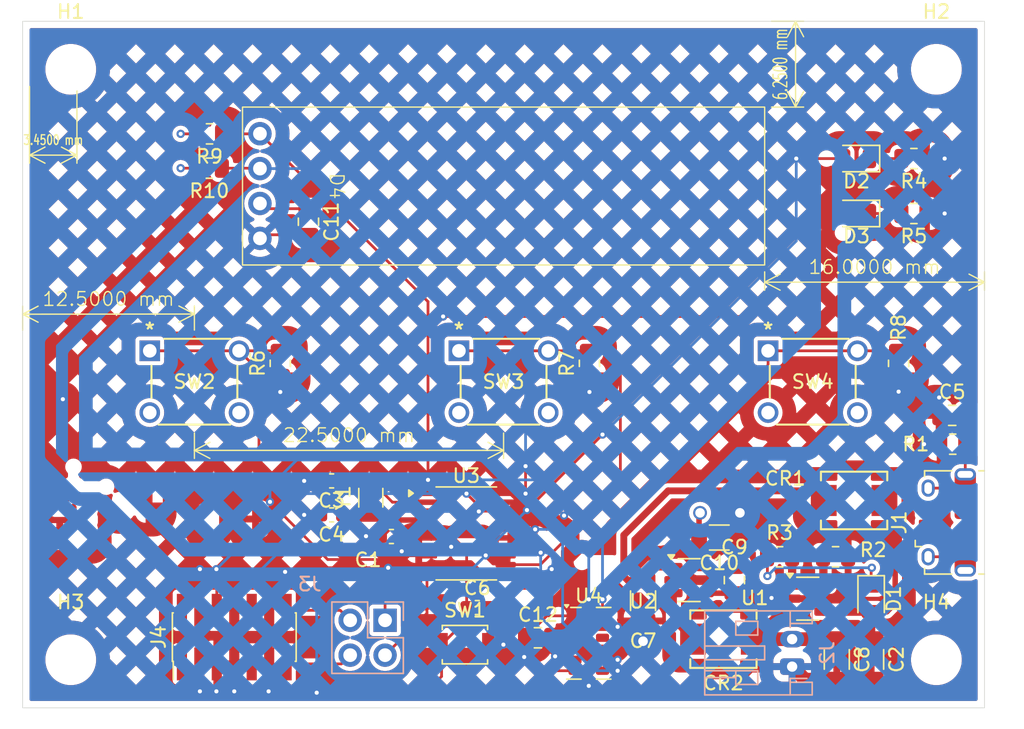
<source format=kicad_pcb>
(kicad_pcb (version 20240108) (generator "pcbnew") (generator_version "8.0")
  (layers (0 "F.Cu" signal) (1 "In1.Cu" signal) (2 "In2.Cu" signal) (31 "B.Cu" signal) (34 "B.Paste" user) (35 "F.Paste" user) (36 "B.SilkS" user "B.Silkscreen") (37 "F.SilkS" user "F.Silkscreen") (38 "B.Mask" user) (39 "F.Mask" user) (44 "Edge.Cuts" user))
  (net 0 "")
  (net 1 "GND")
  (net 2 "+3.3V")
  (net 3 "Net-(U3-PC14{slash}PB9)")
  (net 4 "Net-(U3-PC15)")
  (net 5 "Net-(J4-~{RST})")
  (net 6 "Net-(J1-Shield)")
  (net 7 "/USART2_TX")
  (net 8 "/USART2_RX")
  (net 9 "Net-(D1-K)")
  (net 10 "Net-(U2-EN)")
  (net 11 "VBUS")
  (net 17 "+BATT")
  (net 18 "Net-(D3-K)")
  (net 19 "/VCP_TX")
  (net 20 "/VCP_RX")
  (net 21 "Net-(U2-BYP)")
  (net 24 "Net-(D2-K)")
  (net 25 "/PA5")
  (net 26 "/PA1")
  (net 27 "/PA6")
  (net 28 "/PA10_12")
  (net 29 "/PA4")
  (net 30 "/PA0")
  (net 31 "SCL")
  (net 32 "/SWDIO")
  (net 33 "/SWCLK")
  (net 35 "SDA")
  (net 36 "Net-(U1-PROG)")
  (net 37 "Net-(U1-STAT)")
  (net 38 "AI1")
  (net 39 "AI2")
  (footprint "_custom:SmallOLED" (layer "F.Cu") (at 178.35 58 -90)
    (property "Reference" "D4")
    (property "Value" "SSD1306")
  )
  (footprint "Connector_USB:USB_Micro-B_Amphenol_10118194_Horizontal" (layer "F.Cu") (at 223.3 82.5 90)
    (property "Reference" "J1")
    (property "Value" "USB_B_Micro")
  )
  (footprint "_custom:SW4_1825910-G_TEC" (layer "F.Cu") (at 171.75 74.500001)
    (property "Reference" "SW2")
    (property "Value" "Up")
  )
  (footprint "Package_TO_SOT_SMD:TSOT-23-5" (layer "F.Cu") (at 204.5 86.7)
    (property "Reference" "U2")
    (property "Value" "MIC5301-3.3YD5")
  )
  (footprint "Crystal:Crystal_SMD_3215-2Pin_3.2x1.5mm" (layer "F.Cu") (at 181.3375 80.7 90)
    (property "Reference" "Y1")
    (property "Value" "Crystal")
  )
  (footprint "Resistor_SMD:R_0805_2012Metric" (layer "F.Cu") (at 219.750002 70.9125 90)
    (property "Reference" "R8")
    (property "Value" "10K")
  )
  (footprint "Capacitor_SMD:C_0603_1608Metric" (layer "F.Cu") (at 182.8375 83.525)
    (property "Reference" "C1")
    (property "Value" "0.1uF")
  )
  (footprint "Capacitor_SMD:C_0603_1608Metric" (layer "F.Cu") (at 178.4875 79.475 180)
    (property "Reference" "C3")
    (property "Value" "12.5pF")
  )
  (footprint "Capacitor_SMD:C_0805_2012Metric" (layer "F.Cu") (at 223.65 74.7 180)
    (property "Reference" "C5")
    (property "Value" "4.7nF 1KV")
  )
  (footprint "Package_SO:TSSOP-20_4.4x6.5mm_P0.65mm" (layer "F.Cu") (at 188.2875 83.3)
    (property "Reference" "U3")
    (property "Value" "STM32G041F8Px")
  )
  (footprint "Resistor_SMD:R_0805_2012Metric" (layer "F.Cu") (at 220.8625 60 180)
    (property "Reference" "R5")
    (property "Value" "470")
  )
  (footprint "_custom:DO-214BA_MCH" (layer "F.Cu") (at 207 91)
    (property "Reference" "CR2")
    (property "Value" "LSM115JE3/TR13")
  )
  (footprint "MountingHole:MountingHole_3.2mm_M3" (layer "F.Cu") (at 222.5 49.5)
    (property "Reference" "H2")
    (property "Value" "MountingHole")
  )
  (footprint "Capacitor_SMD:C_1206_3216Metric" (layer "F.Cu") (at 217.75 92.475 -90)
    (property "Reference" "C2")
    (property "Value" "4.7uF")
  )
  (footprint "Button_Switch_SMD:SW_SPST_B3U-1000P" (layer "F.Cu") (at 188.1875 91.4)
    (property "Reference" "SW1")
    (property "Value" "Reset")
  )
  (footprint "Capacitor_SMD:C_1206_3216Metric" (layer "F.Cu") (at 206.7 83.6 180)
    (property "Reference" "C10")
    (property "Value" "1uF CER")
  )
  (footprint "Resistor_SMD:R_0805_2012Metric" (layer "F.Cu") (at 169.6 54.2 180)
    (property "Reference" "R9")
    (property "Value" "10K")
  )
  (footprint "Capacitor_SMD:C_0805_2012Metric" (layer "F.Cu") (at 193.5 90.9)
    (property "Reference" "C12")
    (property "Value" "0.1uF")
  )
  (footprint "Resistor_SMD:R_0805_2012Metric" (layer "F.Cu") (at 215.1625 85)
    (property "Reference" "R2")
    (property "Value" "5K")
  )
  (footprint "MountingHole:MountingHole_3.2mm_M3" (layer "F.Cu") (at 222.5 92.5)
    (property "Reference" "H4")
    (property "Value" "MountingHole")
  )
  (footprint "LED_SMD:LED_0805_2012Metric" (layer "F.Cu") (at 217.75 88.0625 -90)
    (property "Reference" "D1")
    (property "Value" "Power")
  )
  (footprint "Resistor_SMD:R_0805_2012Metric" (layer "F.Cu") (at 211.0875 85 180)
    (property "Reference" "R3")
    (property "Value" "470")
  )
  (footprint "Capacitor_SMD:C_1206_3216Metric" (layer "F.Cu") (at 201.15 88.2 90)
    (property "Reference" "C7")
    (property "Value" "1uF CER")
  )
  (footprint "MountingHole:MountingHole_3.2mm_M3" (layer "F.Cu") (at 159.5 92.5)
    (property "Reference" "H3")
    (property "Value" "MountingHole")
  )
  (footprint "Capacitor_SMD:C_0805_2012Metric" (layer "F.Cu") (at 176.8 60.6 -90)
    (property "Reference" "C11")
    (property "Value" "0.1uF")
  )
  (footprint "LED_SMD:LED_0805_2012Metric" (layer "F.Cu") (at 216.6875 56 180)
    (property "Reference" "D2")
    (property "Value" "Green Indicator")
  )
  (footprint "Resistor_SMD:R_0805_2012Metric" (layer "F.Cu") (at 197.250001 70.9125 90)
    (property "Reference" "R7")
    (property "Value" "10K")
  )
  (footprint "Resistor_SMD:R_0805_2012Metric" (layer "F.Cu") (at 223.6875 76.8 180)
    (property "Reference" "R1")
    (property "Value" "1M")
  )
  (footprint "Resistor_SMD:R_0805_2012Metric" (layer "F.Cu") (at 174.75 70.9125 90)
    (property "Reference" "R6")
    (property "Value" "10K")
  )
  (footprint "LED_SMD:LED_0805_2012Metric" (layer "F.Cu") (at 216.6875 60 180)
    (property "Reference" "D3")
    (property "Value" "Red indicator")
  )
  (footprint "Resistor_SMD:R_0805_2012Metric" (layer "F.Cu") (at 220.8625 56 180)
    (property "Reference" "R4")
    (property "Value" "470")
  )
  (footprint "Capacitor_SMD:C_0805_2012Metric" (layer "F.Cu") (at 207.8 86.7 90)
    (property "Reference" "C9")
    (property "Value" "0.01uF")
  )
  (footprint "Connector_PinHeader_1.27mm:PinHeader_2x07_P1.27mm_Vertical_SMD" (layer "F.Cu") (at 171.4 90.85 90)
    (property "Reference" "J4")
    (property "Value" "Conn_ST_STDC14")
  )
  (footprint "Capacitor_SMD:C_1206_3216Metric" (layer "F.Cu") (at 215.25 92.475 -90)
    (property "Reference" "C8")
    (property "Value" "1uF")
  )
  (footprint "MountingHole:MountingHole_3.2mm_M3" (layer "F.Cu") (at 159.5 49.5)
    (property "Reference" "H1")
    (property "Value" "MountingHole")
  )
  (footprint "Package_LGA:LGA-14_3x5mm_P0.8mm_LayoutBorder1x6y" (layer "F.Cu") (at 197.2 91.3)
    (property "Reference" "U4")
    (property "Value" "ADXL343BCCZ")
  )
  (footprint "Capacitor_SMD:C_0603_1608Metric" (layer "F.Cu") (at 189.0875 88.7)
    (property "Reference" "C6")
    (property "Value" "0.1uF")
  )
  (footprint "Package_TO_SOT_SMD:SOT-23-5" (layer "F.Cu") (at 213.1375 88.05)
    (property "Reference" "U1")
    (property "Value" "MCP73831-2-OT")
  )
  (footprint "_custom:SW4_1825910-G_TEC" (layer "F.Cu") (at 216.750002 74.500001)
    (property "Reference" "SW4")
    (property "Value" "Down")
  )
  (footprint "Resistor_SMD:R_0805_2012Metric" (layer "F.Cu") (at 169.5875 56.7 180)
    (property "Reference" "R10")
    (property "Value" "10K")
  )
  (footprint "Capacitor_SMD:C_0603_1608Metric" (layer "F.Cu") (at 178.4875 81.95 180)
    (property "Reference" "C4")
    (property "Value" "12.5pF")
  )
  (footprint "_custom:SW4_1825910-G_TEC" (layer "F.Cu") (at 194.250001 74.500001)
    (property "Reference" "SW3")
    (property "Value" "Enter")
  )
  (footprint "_custom:DO-214BA_MCH" (layer "F.Cu") (at 216.5098 80.9)
    (property "Reference" "CR1")
    (property "Value" "LSM115JE3/TR13")
  )
  (footprint "Connector_JST:JST_PH_S2B-PH-K_1x02_P2.00mm_Horizontal" (layer "B.Cu") (at 212 93 90)
    (property "Reference" "J2")
    (property "Value" "S2B-PH-K-S")
  )
  (footprint "Connector_PinHeader_2.54mm:PinHeader_2x02_P2.54mm_Vertical" (layer "B.Cu") (at 182.375 89.625 180)
    (property "Reference" "J3")
    (property "Value" "Conn_02x02_Odd_Even")
  )
  (gr_rect (start 156 46) (end 226 96) (stroke (width 0.05)) (fill none) (layer "Edge.Cuts"))
  (dimension (type aligned) (layer "F.SilkS") (pts (xy 159.95 50.25) (xy 156.5 50.25)) (height -5.5) (gr_text "3.4500 mm" (at 158.225 54.65 0) (layer "F.SilkS") (effects (font (size 0.7 0.5) (thickness 0.1)))) (format (prefix "") (suffix "") (units 3) (units_format 1) (precision 4)) (style (thickness 0.1) (arrow_length 1.27) (text_position_mode 2) (extension_height 0.58642) (extension_offset 0.5)))
  (dimension (type aligned) (layer "F.SilkS") (pts (xy 168.5 75.490601) (xy 191.000001 75.490601)) (height 1.759399) (gr_text "22.5000 mm" (at 179.750001 76.15 0) (layer "F.SilkS") (effects (font (size 1 1) (thickness 0.1)))) (format (prefix "") (suffix "") (units 3) (units_format 1) (precision 4)) (style (thickness 0.1) (arrow_length 1.27) (text_position_mode 0) (extension_height 0.58642) (extension_offset 0.5) keep_text_aligned))
  (dimension (type aligned) (layer "F.SilkS") (pts (xy 168.5 68.988201) (xy 156 69)) (height 1.665564) (gr_text "12.5000 mm" (at 162.24739 66.228538 0.05408719979) (layer "F.SilkS") (effects (font (size 1 1) (thickness 0.1)))) (format (prefix "") (suffix "") (units 3) (units_format 1) (precision 4)) (style (thickness 0.1) (arrow_length 1.27) (text_position_mode 0) (extension_height 0.58642) (extension_offset 0.5) keep_text_aligned))
  (dimension (type aligned) (layer "F.SilkS") (pts (xy 210 63.75) (xy 226 63.75)) (height 1.25) (gr_text "16.0000 mm" (at 218 63.9 0) (layer "F.SilkS") (effects (font (size 1 1) (thickness 0.1)))) (format (prefix "") (suffix "") (units 3) (units_format 1) (precision 4)) (style (thickness 0.1) (arrow_length 1.27) (text_position_mode 0) (extension_height 0.58642) (extension_offset 0.5) keep_text_aligned))
  (dimension (type aligned) (layer "F.SilkS") (pts (xy 210 52.25) (xy 210 46)) (height 2.25) (gr_text "6.2500 mm" (at 211.15 49.125 90) (layer "F.SilkS") (effects (font (size 1 0.6) (thickness 0.1)))) (format (prefix "") (suffix "") (units 3) (units_format 1) (precision 4)) (style (thickness 0.1) (arrow_length 1.27) (text_position_mode 0) (extension_height 0.58642) (extension_offset 0.5) keep_text_aligned))
  (segment (start 215.25 93.95) (end 212.95 93.95) (width 1) (layer "F.Cu") (net 1))
  (segment (start 197.250001 71.825) (end 197.250001 72.999999) (width 0.2) (layer "F.Cu") (net 1))
  (segment (start 212 88.05) (end 210.55 88.05) (width 0.6) (layer "F.Cu") (net 1))
  (segment (start 184.1625 82.975) (end 183.6125 83.525) (width 0.4) (layer "F.Cu") (net 1))
  (segment (start 222.7 74.7) (end 222.7 73.4) (width 0.2) (layer "F.Cu") (net 1))
  (segment (start 194.45 91.95) (end 194.45 90.9) (width 0.2) (layer "F.Cu") (net 1))
  (segment (start 189.8625 88.7) (end 189.8625 91.375) (width 0.2) (layer "F.Cu") (net 1))
  (segment (start 221.775 56) (end 223.1 56) (width 0.2) (layer "F.Cu") (net 1))
  (segment (start 176.8 61.55) (end 173.53 61.55) (width 0.2) (layer "F.Cu") (net 1))
  (segment (start 170.13 94.77) (end 170.1 94.8) (width 0.2) (layer "F.Cu") (net 1))
  (segment (start 196.2 92.5) (end 195 92.5) (width 0.2) (layer "F.Cu") (net 1))
  (segment (start 183.6125 83.525) (end 183.6125 84.575) (width 0.4) (layer "F.Cu") (net 1))
  (segment (start 194.75 92.25) (end 194.45 91.95) (width 0.2) (layer "F.Cu") (net 1))
  (segment (start 196.2 90.1) (end 195.25 90.1) (width 0.2) (layer "F.Cu") (net 1))
  (segment (start 201.15 89.675) (end 201.15 91.15) (width 0.6) (layer "F.Cu") (net 1))
  (segment (start 189.8625 91.375) (end 189.8875 91.4) (width 0.2) (layer "F.Cu") (net 1))
  (segment (start 198.2 90.1) (end 199.3 90.1) (width 0.2) (layer "F.Cu") (net 1))
  (segment (start 208.175 81.825) (end 208.2 81.8) (width 0.4) (layer "F.Cu") (net 1))
  (segment (start 212.95 93.95) (end 212 93) (width 1) (layer "F.Cu") (net 1))
  (segment (start 196.2 91.7) (end 195.25 91.7) (width 0.2) (layer "F.Cu") (net 1))
  (segment (start 174.75 71.825) (end 174.75 73) (width 0.2) (layer "F.Cu") (net 1))
  (segment (start 183.6125 84.575) (end 183.5875 84.6) (width 0.4) (layer "F.Cu") (net 1))
  (segment (start 189.8875 91.4) (end 190.9875 91.4) (width 0.2) (layer "F.Cu") (net 1))
  (segment (start 195 92.5) (end 194.75 92.25) (width 0.2) (layer "F.Cu") (net 1))
  (segment (start 177.7125 81.95) (end 176.4875 81.95) (width 0.2) (layer "F.Cu") (net 1))
  (segment (start 221.775 60) (end 223.1 60) (width 0.2) (layer "F.Cu") (net 1))
  (segment (start 207.8 83.975) (end 208.175 83.6) (width 0.4) (layer "F.Cu") (net 1))
  (segment (start 170.13 92.8) (end 170.13 94.77) (width 0.2) (layer "F.Cu") (net 1))
  (segment (start 210.55 88.05) (end 210.5 88) (width 0.6) (layer "F.Cu") (net 1))
  (segment (start 195.25 91.7) (end 194.45 90.9) (width 0.2) (layer "F.Cu") (net 1))
  (segment (start 219.750002 71.825) (end 219.750002 72.974998) (width 0.2) (layer "F.Cu") (net 1))
  (segment (start 177.7125 79.475) (end 176.4875 79.475) (width 0.2) (layer "F.Cu") (net 1))
  (segment (start 185.425 82.975) (end 184.1625 82.975) (width 0.4) (layer "F.Cu") (net 1))
  (segment (start 219.750002 72.974998) (end 219.75 72.975) (width 0.2) (layer "F.Cu") (net 1))
  (segment (start 197.250001 72.999999) (end 197.25 73) (width 0.2) (layer "F.Cu") (net 1))
  (segment (start 207.8 85.75) (end 207.8 83.975) (width 0.4) (layer "F.Cu") (net 1))
  (segment (start 217.75 93.95) (end 215.25 93.95) (width 1) (layer "F.Cu") (net 1))
  (segment (start 173.94 92.8) (end 173.94 94.76) (width 0.2) (layer "F.Cu") (net 1))
  (segment (start 173.94 94.76) (end 173.9 94.8) (width 0.2) (layer "F.Cu") (net 1))
  (segment (start 206.85 86.7) (end 207.8 85.75) (width 0.5) (layer "F.Cu") (net 1))
  (segment (start 195.25 90.1) (end 194.45 90.9) (width 0.2) (layer "F.Cu") (net 1))
  (segment (start 208.175 83.6) (end 208.175 81.825) (width 0.4) (layer "F.Cu") (net 1))
  (segment (start 173.53 61.55) (end 173.27 61.81) (width 0.2) (layer "F.Cu") (net 1))
  (segment (start 171.4 92.8) (end 171.4 94.8) (width 0.2) (layer "F.Cu") (net 1))
  (segment (start 222.775 76.8) (end 221.6 76.8) (width 0.2) (layer "F.Cu") (net 1))
  (segment (start 203.3625 86.7) (end 206.85 86.7) (width 0.5) (layer "F.Cu") (net 1))
  (via (at 183.5875 84.6) (size 0.6) (drill 0.3) (layers "F.Cu" "B.Cu") (net 1))
  (via (at 176.4875 81.95) (size 0.6) (drill 0.3) (layers "F.Cu" "B.Cu") (net 1))
  (via (at 195.4 82) (size 0.6) (drill 0.3) (layers "F.Cu" "B.Cu") (net 1))
  (via (at 221.6 76.8) (size 0.6) (drill 0.3) (layers "F.Cu" "B.Cu") (net 1))
  (via (at 222.7 73.4) (size 0.6) (drill 0.3) (layers "F.Cu" "B.Cu") (net 1))
  (via (at 223.1 56) (size 0.6) (drill 0.3) (layers "F.Cu" "B.Cu") (net 1))
  (via (at 199.3 90.1) (size 0.6) (drill 0.3) (layers "F.Cu" "B.Cu") (net 1))
  (via (at 219.75 72.975) (size 0.6) (drill 0.3) (layers "F.Cu" "B.Cu") (net 1))
  (via (at 223.1 60) (size 0.6) (drill 0.3) (layers "F.Cu" "B.Cu") (net 1))
  (via (at 194.75 92.25) (size 0.6) (drill 0.3) (layers "F.Cu" "B.Cu") (net 1))
  (via (at 210.5 88) (size 0.6) (drill 0.3) (layers "F.Cu" "B.Cu") (net 1))
  (via (at 208.2 81.8) (size 1) (drill 0.7) (layers "F.Cu" "B.Cu") (net 1))
  (via (at 190.9875 91.4) (size 0.6) (drill 0.3) (layers "F.Cu" "B.Cu") (net 1))
  (via (at 201.15 91.15) (size 1) (drill 0.7) (layers "F.Cu" "B.Cu") (net 1))
  (via (at 194.5 85.9) (size 0.6) (drill 0.3) (layers "F.Cu" "B.Cu") (net 1))
  (via (at 197.25 73) (size 0.6) (drill 0.3) (layers "F.Cu" "B.Cu") (net 1))
  (via (at 174.75 73) (size 0.6) (drill 0.3) (layers "F.Cu" "B.Cu") (net 1))
  (via (at 176.4875 79.475) (size 0.6) (drill 0.3) (layers "F.Cu" "B.Cu") (net 1))
  (via (at 170.1 94.8) (size 0.6) (drill 0.3) (layers "F.Cu" "B.Cu") (net 1))
  (via (at 171.4 94.8) (size 0.6) (drill 0.3) (layers "F.Cu" "B.Cu") (net 1))
  (via (at 158.925 73.525) (size 0.6) (drill 0.3) (layers "F.Cu" "B.Cu") (net 1))
  (via (at 173.9 94.8) (size 0.6) (drill 0.3) (layers "F.Cu" "B.Cu") (net 1))
  (segment (start 193.3 92.9) (end 193.3 91.65) (width 0.2) (layer "F.Cu") (net 2))
  (segment (start 168.86 94.76) (end 168.9 94.8) (width 0.2) (layer "F.Cu") (net 2))
  (segment (start 196.2 93.3) (end 193.7 93.3) (width 0.2) (layer "F.Cu") (net 2))
  (segment (start 185.425 82.325) (end 183.2625 82.325) (width 0.4) (layer "F.Cu") (net 2))
  (segment (start 173.65 59.65) (end 173.27 59.27) (width 0.2) (layer "F.Cu") (net 2))
  (segment (start 181.0125 83.525) (end 180.9875 83.5) (width 0.4) (layer "F.Cu") (net 2))
  (segment (start 182.0625 83.525) (end 181.0125 83.525) (width 0.4) (layer "F.Cu") (net 2))
  (segment (start 168.6875 54.2) (end 167.5 54.2) (width 0.2) (layer "F.Cu") (net 2))
  (segment (start 192.55 90.9) (end 192.55 92.25) (width 0.2) (layer "F.Cu") (net 2))
  (segment (start 168.675 56.7) (end 167.5 56.7) (width 0.2) (layer "F.Cu") (net 2))
  (segment (start 205.6375 85.75) (end 205.6375 84.0125) (width 0.4) (layer "F.Cu") (net 2))
  (segment (start 205.6375 84.0125) (end 205.225 83.6) (width 0.4) (layer "F.Cu") (net 2))
  (segment (start 196.2 89.3) (end 194.15 89.3) (width 0.2) (layer "F.Cu") (net 2))
  (segment (start 168.86 92.8) (end 168.86 94.76) (width 0.2) (layer "F.Cu") (net 2))
  (segment (start 205.225 81.875) (end 205.3 81.8) (width 0.4) (layer "F.Cu") (net 2))
  (segment (start 176.8 59.65) (end 173.65 59.65) (width 0.2) (layer "F.Cu") (net 2))
  (segment (start 192.55 92.25) (end 192.5 92.3) (width 0.2) (layer "F.Cu") (net 2))
  (segment (start 193.3 91.65) (end 192.55 90.9) (width 0.2) (layer "F.Cu") (net 2))
  (segment (start 194.15 89.3) (end 192.55 90.9) (width 0.2) (layer "F.Cu") (net 2))
  (segment (start 183.2625 82.325) (end 182.0625 83.525) (width 0.4) (layer "F.Cu") (net 2))
  (segment (start 197.2 93.3) (end 197.2 94.4) (width 0.2) (layer "F.Cu") (net 2))
  (segment (start 193.7 93.3) (end 193.3 92.9) (width 0.2) (layer "F.Cu") (net 2))
  (segment (start 205.225 83.6) (end 205.225 81.875) (width 0.4) (layer "F.Cu") (net 2))
  (via (at 167.5 56.7) (size 0.6) (drill 0.3) (layers "F.Cu" "B.Cu") (net 2))
  (via (at 167.5 54.2) (size 0.6) (drill 0.3) (layers "F.Cu" "B.Cu") (net 2))
  (via (at 180.9875 83.5) (size 0.6) (drill 0.3) (layers "F.Cu" "B.Cu") (net 2))
  (via (at 168.9 94.8) (size 0.6) (drill 0.3) (layers "F.Cu" "B.Cu") (net 2))
  (via (at 192.5 92.3) (size 0.6) (drill 0.3) (layers "F.Cu" "B.Cu") (net 2))
  (via (at 205.3 81.8) (size 1) (drill 0.7) (layers "F.Cu" "B.Cu") (net 2))
  (via (at 197.2 94.4) (size 0.6) (drill 0.3) (layers "F.Cu" "B.Cu") (net 2))
  (segment (start 182.9125 81.025) (end 181.3375 79.45) (width 0.2) (layer "F.Cu") (net 3))
  (segment (start 181.3375 79.45) (end 179.2875 79.45) (width 0.2) (layer "F.Cu") (net 3))
  (segment (start 185.425 81.025) (end 182.9125 81.025) (width 0.2) (layer "F.Cu") (net 3))
  (segment (start 179.2875 79.45) (end 179.2625 79.475) (width 0.2) (layer "F.Cu") (net 3))
  (segment (start 185.425 81.675) (end 181.6125 81.675) (width 0.2) (layer "F.Cu") (net 4))
  (segment (start 181.3375 81.95) (end 179.2625 81.95) (width 0.2) (layer "F.Cu") (net 4))
  (segment (start 181.6125 81.675) (end 181.3375 81.95) (width 0.2) (layer "F.Cu") (net 4))
  (segment (start 188.3125 89.575) (end 186.4875 91.4) (width 0.2) (layer "F.Cu") (net 5))
  (segment (start 185.3 94.9) (end 177.4 94.9) (width 0.2) (layer "F.Cu") (net 5))
  (segment (start 185.425 83.625) (end 187.386029 83.625) (width 0.2) (layer "F.Cu") (net 5))
  (segment (start 186.4875 93.7125) (end 185.3 94.9) (width 0.2) (layer "F.Cu") (net 5))
  (segment (start 188.3125 88.7) (end 188.3125 89.575) (width 0.2) (layer "F.Cu") (net 5))
  (segment (start 173.94 87.26) (end 173.94 88.9) (width 0.2) (layer "F.Cu") (net 5))
  (segment (start 188.3125 84.551471) (end 188.3125 88.7) (width 0.2) (layer "F.Cu") (net 5))
  (segment (start 175.1 86.1) (end 173.94 87.26) (width 0.2) (layer "F.Cu") (net 5))
  (segment (start 187.386029 83.625) (end 188.3125 84.551471) (width 0.2) (layer "F.Cu") (net 5))
  (segment (start 186.4875 91.4) (end 186.4875 93.7125) (width 0.2) (layer "F.Cu") (net 5))
  (via (at 175.1 86.1) (size 0.6) (drill 0.3) (layers "F.Cu" "B.Cu") (net 5))
  (via (at 177.4 94.9) (size 0.6) (drill 0.3) (layers "F.Cu" "B.Cu") (net 5))
  (segment (start 177.4 94.9) (end 177.4 88.4) (width 0.2) (layer "B.Cu") (net 5))
  (segment (start 177.4 88.4) (end 175.1 86.1) (width 0.2) (layer "B.Cu") (net 5))
  (segment (start 224.6 76.8) (end 224.6 74.7) (width 0.2) (layer "F.Cu") (net 6))
  (segment (start 221.9 85) (end 223.6 85) (width 0.2) (layer "F.Cu") (net 6))
  (segment (start 224.6 79.475) (end 224.6 85.525) (width 0.2) (layer "F.Cu") (net 6))
  (segment (start 223.6 80) (end 224.6 79) (width 0.2) (layer "F.Cu") (net 6))
  (segment (start 223.6 85) (end 224.6 86) (width 0.2) (layer "F.Cu") (net 6))
  (segment (start 224.6 79.475) (end 224.6 76.8) (width 0.2) (layer "F.Cu") (net 6))
  (segment (start 221.9 80) (end 223.6 80) (width 0.2) (layer "F.Cu") (net 6))
  (segment (start 182.375 87.758654) (end 182.375 89.625) (width 0.2) (layer "F.Cu") (net 7))
  (segment (start 184.558654 85.575) (end 182.375 87.758654) (width 0.2) (layer "F.Cu") (net 7))
  (segment (start 185.425 85.575) (end 184.558654 85.575) (width 0.2) (layer "F.Cu") (net 7))
  (segment (start 185.425 89.115) (end 182.375 92.165) (width 0.2) (layer "F.Cu") (net 8))
  (segment (start 185.425 86.225) (end 185.425 89.115) (width 0.2) (layer "F.Cu") (net 8))
  (segment (start 217.75 85.85) (end 217.8 85.8) (width 0.2) (layer "F.Cu") (net 9))
  (segment (start 217.75 87.125) (end 217.75 85.85) (width 0.2) (layer "F.Cu") (net 9))
  (segment (start 210.2 85.025) (end 210.175 85) (width 0.2) (layer "F.Cu") (net 9))
  (segment (start 210.2 86.4) (end 210.2 85.025) (width 0.2) (layer "F.Cu") (net 9))
  (via (at 217.8 85.8) (size 0.6) (drill 0.3) (layers "F.Cu" "B.Cu") (net 9))
  (via (at 210.2 86.4) (size 0.6) (drill 0.3) (layers "F.Cu" "B.Cu") (net 9))
  (segment (start 217.8 85.8) (end 210.8 85.8) (width 0.2) (layer "B.Cu") (net 9))
  (segment (start 210.8 85.8) (end 210.2 86.4) (width 0.2) (layer "B.Cu") (net 9))
  (segment (start 214.3 80.9) (end 213.6 80.2) (width 0.5) (layer "F.Cu") (net 10))
  (segment (start 203.3625 85.75) (end 201.85 85.75) (width 0.5) (layer "F.Cu") (net 10))
  (segment (start 199.75 83.425) (end 199.75 86.425) (width 0.5) (layer "F.Cu") (net 10))
  (segment (start 203.3625 89.5723) (end 204.7902 91) (width 0.5) (layer "F.Cu") (net 10))
  (segment (start 213.6 80.2) (end 202.975 80.2) (width 0.5) (layer "F.Cu") (net 10))
  (segment (start 201.85 85.75) (end 201.4 86.2) (width 0.5) (layer "F.Cu") (net 10))
  (segment (start 202.975 80.2) (end 199.75 83.425) (width 0.5) (layer "F.Cu") (net 10))
  (segment (start 201.4 86.2) (end 201.4 87.2) (width 0.5) (layer "F.Cu") (net 10))
  (segment (start 203.3625 87.65) (end 203.3625 89.5723) (width 0.5) (layer "F.Cu") (net 10))
  (segment (start 201.85 87.65) (end 203.3625 87.65) (width 0.5) (layer "F.Cu") (net 10))
  (segment (start 199.75 86.425) (end 200.05 86.725) (width 0.5) (layer "F.Cu") (net 10))
  (segment (start 201.4 87.2) (end 201.85 87.65) (width 0.5) (layer "F.Cu") (net 10))
  (segment (start 200.05 86.725) (end 201.15 86.725) (width 0.5) (layer "F.Cu") (net 10))
  (segment (start 214.275 89) (end 217.75 89) (width 0.6) (layer "F.Cu") (net 11))
  (segment (start 217.75 89) (end 217.75 91) (width 0.6) (layer "F.Cu") (net 11))
  (segment (start 221.9 83.8) (end 221.165122 83.8) (width 0.4) (layer "F.Cu") (net 11))
  (segment (start 218.9 89) (end 217.75 89) (width 0.4) (layer "F.Cu") (net 11))
  (segment (start 219.5 88.4) (end 218.9 89) (width 0.4) (layer "F.Cu") (net 11))
  (segment (start 221.165122 83.8) (end 218.7196 81.354478) (width 0.4) (layer "F.Cu") (net 11))
  (segment (start 219.5 85.525001) (end 219.5 88.4) (width 0.4) (layer "F.Cu") (net 11))
  (segment (start 221.9 83.8) (end 221.225001 83.8) (width 0.4) (layer "F.Cu") (net 11))
  (segment (start 218.7196 81.354478) (end 218.7196 80.9) (width 0.4) (layer "F.Cu") (net 11))
  (segment (start 221.225001 83.8) (end 219.5 85.525001) (width 0.4) (layer "F.Cu") (net 11))
  (segment (start 209.2098 91) (end 212 91) (width 1) (layer "F.Cu") (net 17))
  (segment (start 212 89) (end 211.2098 89) (width 0.6) (layer "F.Cu") (net 17))
  (segment (start 215.25 91) (end 212 91) (width 1) (layer "F.Cu") (net 17))
  (segment (start 211.2098 89) (end 209.2098 91) (width 0.6) (layer "F.Cu") (net 17))
  (segment (start 217.625 60) (end 219.95 60) (width 0.2) (layer "F.Cu") (net 18))
  (segment (start 179.11 88.9) (end 179.835 89.625) (width 0.2) (layer "F.Cu") (net 19))
  (segment (start 175.21 88.9) (end 179.11 88.9) (width 0.2) (layer "F.Cu") (net 19))
  (segment (start 175.21 92.8) (end 179.2 92.8) (width 0.2) (layer "F.Cu") (net 20))
  (segment (start 179.2 92.8) (end 179.835 92.165) (width 0.2) (layer "F.Cu") (net 20))
  (segment (start 207.8 87.65) (end 205.6375 87.65) (width 0.4) (layer "F.Cu") (net 21))
  (segment (start 219.95 56) (end 217.625 56) (width 0.2) (layer "F.Cu") (net 24))
  (segment (start 198.5 70) (end 199.5 71) (width 0.2) (layer "F.Cu") (net 25))
  (segment (start 187.75 70) (end 197.250001 70) (width 0.2) (layer "F.Cu") (net 25))
  (segment (start 199.5 79.748529) (end 193.673529 85.575) (width 0.2) (layer "F.Cu") (net 25))
  (segment (start 193.673529 85.575) (end 191.15 85.575) (width 0.2) (layer "F.Cu") (net 25))
  (segment (start 197.250001 70) (end 198.5 70) (width 0.2) (layer "F.Cu") (net 25))
  (segment (start 199.5 71) (end 199.5 79.748529) (width 0.2) (layer "F.Cu") (net 25))
  (segment (start 183.836029 85.2) (end 178.2 85.2) (width 0.2) (layer "F.Cu") (net 26))
  (segment (start 186.6 67.5) (end 208.25 67.5) (width 0.2) (layer "F.Cu") (net 26))
  (segment (start 208.25 67.5) (end 215.75 60) (width 0.2) (layer "F.Cu") (net 26))
  (segment (start 184.111029 84.925) (end 183.836029 85.2) (width 0.2) (layer "F.Cu") (net 26))
  (segment (start 178.2 85.2) (end 174 81) (width 0.2) (layer "F.Cu") (net 26))
  (segment (start 185.425 84.925) (end 184.111029 84.925) (width 0.2) (layer "F.Cu") (net 26))
  (via (at 174 81) (size 0.6) (drill 0.3) (layers "F.Cu" "B.Cu") (net 26))
  (via (at 186.6 67.5) (size 0.6) (drill 0.3) (layers "F.Cu" "B.Cu") (net 26))
  (segment (start 174 81) (end 174 79.9) (width 0.2) (layer "B.Cu") (net 26))
  (segment (start 186.4 67.5) (end 186.6 67.5) (width 0.2) (layer "B.Cu") (net 26))
  (segment (start 174 79.9) (end 186.4 67.5) (width 0.2) (layer "B.Cu") (net 26))
  (segment (start 191.125 84.9) (end 191.15 84.925) (width 0.2) (layer "F.Cu") (net 27))
  (segment (start 173.2 71.45) (end 171.75 70) (width 0.2) (layer "F.Cu") (net 27))
  (segment (start 165.249999 70) (end 174.75 70) (width 0.2) (layer "F.Cu") (net 27))
  (segment (start 189.7 84.9) (end 191.125 84.9) (width 0.2) (layer "F.Cu") (net 27))
  (segment (start 182.6 85.8) (end 177.3 85.8) (width 0.2) (layer "F.Cu") (net 27))
  (segment (start 177.3 85.8) (end 173.2 81.7) (width 0.2) (layer "F.Cu") (net 27))
  (segment (start 173.2 81.7) (end 173.2 71.45) (width 0.2) (layer "F.Cu") (net 27))
  (via (at 189.7 84.9) (size 0.6) (drill 0.3) (layers "F.Cu" "B.Cu") (net 27))
  (via (at 182.6 85.8) (size 0.6) (drill 0.3) (layers "F.Cu" "B.Cu") (net 27))
  (segment (start 182.6 85.8) (end 188.8 85.8) (width 0.2) (layer "B.Cu") (net 27))
  (segment (start 188.8 85.8) (end 189.7 84.9) (width 0.2) (layer "B.Cu") (net 27))
  (segment (start 194 87.3) (end 210.250001 71.049999) (width 0.2) (layer "F.Cu") (net 29))
  (segment (start 210.250001 70) (end 219.750002 70) (width 0.2) (layer "F.Cu") (net 29))
  (segment (start 192.225 87.3) (end 194 87.3) (width 0.2) (layer "F.Cu") (net 29))
  (segment (start 191.15 86.225) (end 192.225 87.3) (width 0.2) (layer "F.Cu") (net 29))
  (segment (start 210.250001 71.049999) (end 210.250001 70) (width 0.2) (layer "F.Cu") (net 29))
  (segment (start 192.7 81.6) (end 198.2 76.1) (width 0.2) (layer "F.Cu") (net 30))
  (segment (start 187.1875 84.275) (end 185.425 84.275) (width 0.2) (layer "F.Cu") (net 30))
  (segment (start 212.3 56) (end 215.75 56) (width 0.2) (layer "F.Cu") (net 30))
  (via (at 198.2 76.1) (size 0.6) (drill 0.3) (layers "F.Cu" "B.Cu") (net 30))
  (via (at 192.7 81.6) (size 0.6) (drill 0.3) (layers "F.Cu" "B.Cu") (net 30))
  (via (at 187.1875 84.275) (size 0.6) (drill 0.3) (layers "F.Cu" "B.Cu") (net 30))
  (via (at 212.3 56) (size 0.6) (drill 0.3) (layers "F.Cu" "B.Cu") (net 30))
  (segment (start 187.1875 84.275) (end 190.025 84.275) (width 0.2) (layer "B.Cu") (net 30))
  (segment (start 212.3 62) (end 212.3 56) (width 0.2) (layer "B.Cu") (net 30))
  (segment (start 198.2 76.1) (end 212.3 62) (width 0.2) (layer "B.Cu") (net 30))
  (segment (start 190.025 84.275) (end 192.7 81.6) (width 0.2) (layer "B.Cu") (net 30))
  (segment (start 173.24 56.7) (end 173.27 56.73) (width 0.2) (layer "F.Cu") (net 31))
  (segment (start 192.6 78.4) (end 192.6 80.4) (width 0.2) (layer "F.Cu") (net 31))
  (segment (start 192.575 80.375) (end 192.6 80.4) (width 0.2) (layer "F.Cu") (net 31))
  (segment (start 191.15 80.375) (end 192.575 80.375) (width 0.2) (layer "F.Cu") (net 31))
  (segment (start 170.5 56.7) (end 173.24 56.7) (width 0.2) (layer "F.Cu") (net 31))
  (segment (start 197.2 88.1) (end 197.2 89.3) (width 0.2) (layer "F.Cu") (net 31))
  (via (at 192.6 78.4) (size 0.6) (drill 0.3) (layers "F.Cu" "B.Cu") (net 31))
  (via (at 192.6 80.4) (size 0.6) (drill 0.3) (layers "F.Cu" "B.Cu") (net 31))
  (via (at 197.2 88.1) (size 0.6) (drill 0.3) (layers "F.Cu" "B.Cu") (net 31))
  (segment (start 177.43 56.73) (end 192.6 71.9) (width 0.2) (layer "B.Cu") (net 31))
  (segment (start 192.6 80.4) (end 197.2 85) (width 0.2) (layer "B.Cu") (net 31))
  (segment (start 173.27 56.73) (end 177.43 56.73) (width 0.2) (layer "B.Cu") (net 31))
  (segment (start 197.2 85) (end 197.2 88.1) (width 0.2) (layer "B.Cu") (net 31))
  (segment (start 192.6 71.9) (end 192.6 78.4) (width 0.2) (layer "B.Cu") (net 31))
  (segment (start 168.9 85.9) (end 168.86 85.94) (width 0.2) (layer "F.Cu") (net 32))
  (segment (start 191.15 81.675) (end 189.225 81.675) (width 0.2) (layer "F.Cu") (net 32))
  (segment (start 168.86 85.94) (end 168.86 88.9) (width 0.2) (layer "F.Cu") (net 32))
  (segment (start 189.225 81.675) (end 189.2 81.7) (width 0.2) (layer "F.Cu") (net 32))
  (via (at 189.2 81.7) (size 0.6) (drill 0.3) (layers "F.Cu" "B.Cu") (net 32))
  (via (at 168.9 85.9) (size 0.6) (drill 0.3) (layers "F.Cu" "B.Cu") (net 32))
  (segment (start 172.8 86.5) (end 169.5 86.5) (width 0.2) (layer "B.Cu") (net 32))
  (segment (start 177.6 81.7) (end 172.8 86.5) (width 0.2) (layer "B.Cu") (net 32))
  (segment (start 169.5 86.5) (end 168.9 85.9) (width 0.2) (layer "B.Cu") (net 32))
  (segment (start 189.2 81.7) (end 177.6 81.7) (width 0.2) (layer "B.Cu") (net 32))
  (segment (start 191.15 81.025) (end 188.925 81.025) (width 0.2) (layer "F.Cu") (net 33))
  (segment (start 170.13 85.93) (end 170.13 88.9) (width 0.2) (layer "F.Cu") (net 33))
  (segment (start 170.1 85.9) (end 170.13 85.93) (width 0.2) (layer "F.Cu") (net 33))
  (segment (start 188.925 81.025) (end 188.3 80.4) (width 0.2) (layer "F.Cu") (net 33))
  (via (at 188.3 80.4) (size 0.6) (drill 0.3) (layers "F.Cu" "B.Cu") (net 33))
  (via (at 170.1 85.9) (size 0.6) (drill 0.3) (layers "F.Cu" "B.Cu") (net 33))
  (segment (start 188.3 80.4) (end 175.6 80.4) (width 0.2) (layer "B.Cu") (net 33))
  (segment (start 175.6 80.4) (end 170.1 85.9) (width 0.2) (layer "B.Cu") (net 33))
  (segment (start 173.27 54.19) (end 185.5 66.42) (width 0.2) (layer "F.Cu") (net 35))
  (segment (start 185.425 80.375) (end 185.425 79.475) (width 0.2) (layer "F.Cu") (net 35))
  (segment (start 173.26 54.2) (end 173.27 54.19) (width 0.2) (layer "F.Cu") (net 35))
  (segment (start 185.425 79.475) (end 185.5 79.4) (width 0.2) (layer "F.Cu") (net 35))
  (segment (start 185.5 66.42) (end 185.5 79.4) (width 0.2) (layer "F.Cu") (net 35))
  (segment (start 170.5125 54.2) (end 173.26 54.2) (width 0.2) (layer "F.Cu") (net 35))
  (segment (start 198.2 88.1) (end 198.2 89.3) (width 0.2) (layer "F.Cu") (net 35))
  (via (at 198.2 88.1) (size 0.6) (drill 0.3) (layers "F.Cu" "B.Cu") (net 35))
  (via (at 185.5 79.4) (size 0.6) (drill 0.3) (layers "F.Cu" "B.Cu") (net 35))
  (segment (start 194 79.4) (end 198.2 83.6) (width 0.2) (layer "B.Cu") (net 35))
  (segment (start 185.5 79.4) (end 194 79.4) (width 0.2) (layer "B.Cu") (net 35))
  (segment (start 198.2 83.6) (end 198.2 88.1) (width 0.2) (layer "B.Cu") (net 35))
  (segment (start 214.275 87.1) (end 214.275 85.025) (width 0.6) (layer "F.Cu") (net 36))
  (segment (start 214.275 85.025) (end 214.25 85) (width 0.6) (layer "F.Cu") (net 36))
  (segment (start 212 87.1) (end 212 85) (width 0.6) (layer "F.Cu") (net 37))
  (segment (start 193.275 84.275) (end 191.15 84.275) (width 0.2) (layer "F.Cu") (net 38))
  (segment (start 193.7 84.7) (end 193.275 84.275) (width 0.2) (layer "F.Cu") (net 38))
  (segment (start 198.2 93.3) (end 199.3 93.3) (width 0.2) (layer "F.Cu") (net 38))
  (via (at 199.3 93.3) (size 0.6) (drill 0.3) (layers "F.Cu" "B.Cu") (net 38))
  (via (at 193.7 84.7) (size 0.6) (drill 0.3) (layers "F.Cu" "B.Cu") (net 38))
  (segment (start 193.7 84.7) (end 193.7 89.4) (width 0.2) (layer "B.Cu") (net 38))
  (segment (start 193.7 89.4) (end 197.6 93.3) (width 0.2) (layer "B.Cu") (net 38))
  (segment (start 197.6 93.3) (end 199.3 93.3) (width 0.2) (layer "B.Cu") (net 38))
  (segment (start 193.3 83) (end 193 83) (width 0.2) (layer "F.Cu") (net 39))
  (segment (start 192.975 82.975) (end 191.15 82.975) (width 0.2) (layer "F.Cu") (net 39))
  (segment (start 193 83) (end 192.975 82.975) (width 0.2) (layer "F.Cu") (net 39))
  (segment (start 198.2 92.5) (end 199.3 92.5) (width 0.2) (layer "F.Cu") (net 39))
  (via (at 199.3 92.5) (size 0.6) (drill 0.3) (layers "F.Cu" "B.Cu") (net 39))
  (via (at 193.3 83) (size 0.6) (drill 0.3) (layers "F.Cu" "B.Cu") (net 39))
  (segment (start 194.3 83) (end 193.3 83) (width 0.2) (layer "B.Cu") (net 39))
  (segment (start 197.2 91.7) (end 195.3 89.8) (width 0.2) (layer "B.Cu") (net 39))
  (segment (start 199.3 92.5) (end 198 92.5) (width 0.2) (layer "B.Cu") (net 39))
  (segment (start 195.3 84) (end 194.3 83) (width 0.2) (layer "B.Cu") (net 39))
  (segment (start 195.3 89.8) (end 195.3 84) (width 0.2) (layer "B.Cu") (net 39))
  (segment (start 198 92.5) (end 197.2 91.7) (width 0.2) (layer "B.Cu") (net 39))
  (zone (net 11) (net_name "VBUS") (layer "F.Cu") (priority 1) (connect_pads (clearance 0.3)) (min_thickness 0.25) (fill yes (thermal_gap 0.5) (thermal_bridge_width 0.5))
    (polygon (pts (xy 222.7 84) (xy 221.2 84) (xy 220.3 84.9) (xy 220.3 82.7) (xy 221.2 83.6) (xy 222.7 83.6) (xy 222.7 83.6)))
  )
  (zone (net 1) (net_name "GND") (layers "F&B.Cu") (connect_pads (clearance 0.3)) (min_thickness 0.25) (fill yes (mode hatch) (thermal_gap 0.5) (thermal_bridge_width 0.5) (hatch_thickness 1) (hatch_gap 1) (hatch_orientation 45) (hatch_border_algorithm hatch_thickness) (hatch_min_hole_area 0.3))
    (polygon (pts (xy 156 46) (xy 226 46) (xy 226 96) (xy 156 96)))
  )
)
</source>
